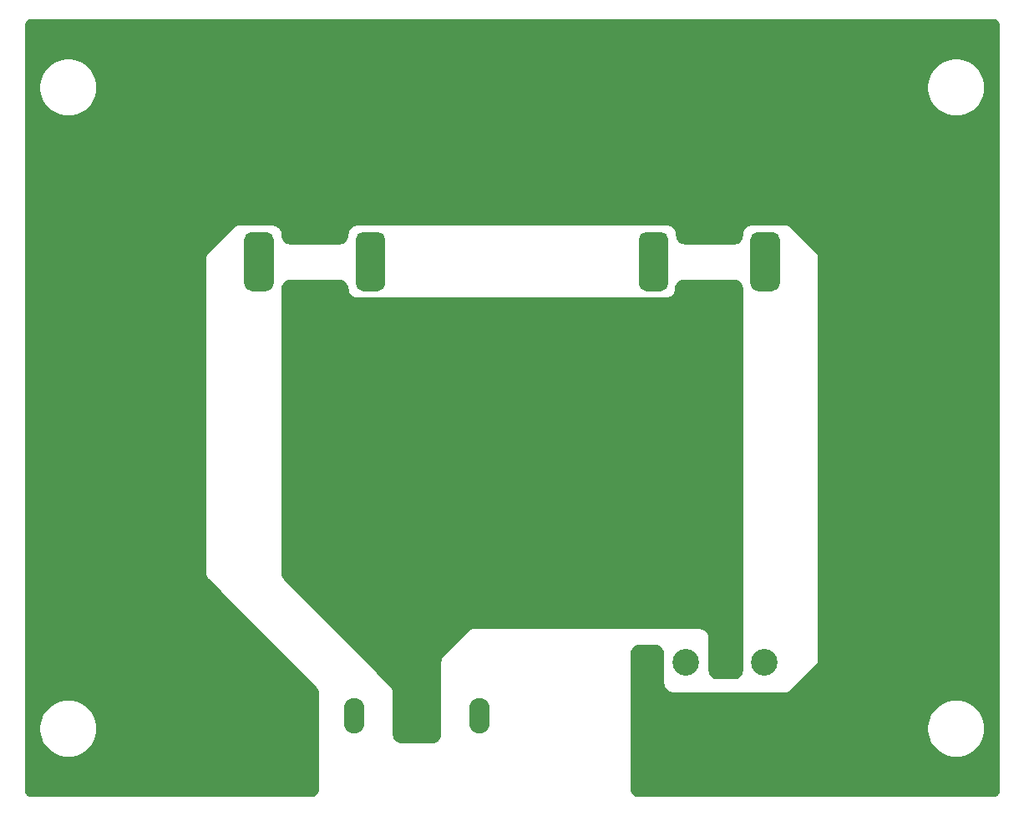
<source format=gbr>
%TF.GenerationSoftware,KiCad,Pcbnew,(5.1.6)-1*%
%TF.CreationDate,2020-12-13T00:36:31+01:00*%
%TF.ProjectId,Ingressi,496e6772-6573-4736-992e-6b696361645f,v1.0*%
%TF.SameCoordinates,Original*%
%TF.FileFunction,Copper,L1,Top*%
%TF.FilePolarity,Positive*%
%FSLAX46Y46*%
G04 Gerber Fmt 4.6, Leading zero omitted, Abs format (unit mm)*
G04 Created by KiCad (PCBNEW (5.1.6)-1) date 2020-12-13 00:36:31*
%MOMM*%
%LPD*%
G01*
G04 APERTURE LIST*
%TA.AperFunction,ComponentPad*%
%ADD10C,2.700000*%
%TD*%
%TA.AperFunction,ComponentPad*%
%ADD11O,2.080000X3.600000*%
%TD*%
%TA.AperFunction,Conductor*%
%ADD12C,0.254000*%
%TD*%
G04 APERTURE END LIST*
%TO.P,J2,2-*%
%TO.N,Net-(J1-Pad2-)*%
%TA.AperFunction,ComponentPad*%
G36*
G01*
X102164200Y-47933000D02*
X102164200Y-52433000D01*
G75*
G02*
X101414200Y-53183000I-750000J0D01*
G01*
X99914200Y-53183000D01*
G75*
G02*
X99164200Y-52433000I0J750000D01*
G01*
X99164200Y-47933000D01*
G75*
G02*
X99914200Y-47183000I750000J0D01*
G01*
X101414200Y-47183000D01*
G75*
G02*
X102164200Y-47933000I0J-750000D01*
G01*
G37*
%TD.AperFunction*%
%TO.P,J2,2+*%
%TO.N,Net-(J1-Pad2+)*%
%TA.AperFunction,ComponentPad*%
G36*
G01*
X92750000Y-52366000D02*
X97250000Y-52366000D01*
G75*
G02*
X98000000Y-53116000I0J-750000D01*
G01*
X98000000Y-54616000D01*
G75*
G02*
X97250000Y-55366000I-750000J0D01*
G01*
X92750000Y-55366000D01*
G75*
G02*
X92000000Y-54616000I0J750000D01*
G01*
X92000000Y-53116000D01*
G75*
G02*
X92750000Y-52366000I750000J0D01*
G01*
G37*
%TD.AperFunction*%
%TO.P,J2,1-*%
%TO.N,Net-(J1-Pad1-)*%
%TA.AperFunction,ComponentPad*%
G36*
G01*
X90861200Y-47933000D02*
X90861200Y-52433000D01*
G75*
G02*
X90111200Y-53183000I-750000J0D01*
G01*
X88611200Y-53183000D01*
G75*
G02*
X87861200Y-52433000I0J750000D01*
G01*
X87861200Y-47933000D01*
G75*
G02*
X88611200Y-47183000I750000J0D01*
G01*
X90111200Y-47183000D01*
G75*
G02*
X90861200Y-47933000I0J-750000D01*
G01*
G37*
%TD.AperFunction*%
%TO.P,J2,1+*%
%TO.N,Net-(J1-Pad1+)*%
%TA.AperFunction,ComponentPad*%
G36*
G01*
X97250000Y-48000000D02*
X92750000Y-48000000D01*
G75*
G02*
X92000000Y-47250000I0J750000D01*
G01*
X92000000Y-45750000D01*
G75*
G02*
X92750000Y-45000000I750000J0D01*
G01*
X97250000Y-45000000D01*
G75*
G02*
X98000000Y-45750000I0J-750000D01*
G01*
X98000000Y-47250000D01*
G75*
G02*
X97250000Y-48000000I-750000J0D01*
G01*
G37*
%TD.AperFunction*%
%TD*%
%TO.P,J1,2-*%
%TO.N,Net-(J1-Pad2-)*%
%TA.AperFunction,ComponentPad*%
G36*
G01*
X62164200Y-47933000D02*
X62164200Y-52433000D01*
G75*
G02*
X61414200Y-53183000I-750000J0D01*
G01*
X59914200Y-53183000D01*
G75*
G02*
X59164200Y-52433000I0J750000D01*
G01*
X59164200Y-47933000D01*
G75*
G02*
X59914200Y-47183000I750000J0D01*
G01*
X61414200Y-47183000D01*
G75*
G02*
X62164200Y-47933000I0J-750000D01*
G01*
G37*
%TD.AperFunction*%
%TO.P,J1,2+*%
%TO.N,Net-(J1-Pad2+)*%
%TA.AperFunction,ComponentPad*%
G36*
G01*
X52750000Y-52366000D02*
X57250000Y-52366000D01*
G75*
G02*
X58000000Y-53116000I0J-750000D01*
G01*
X58000000Y-54616000D01*
G75*
G02*
X57250000Y-55366000I-750000J0D01*
G01*
X52750000Y-55366000D01*
G75*
G02*
X52000000Y-54616000I0J750000D01*
G01*
X52000000Y-53116000D01*
G75*
G02*
X52750000Y-52366000I750000J0D01*
G01*
G37*
%TD.AperFunction*%
%TO.P,J1,1-*%
%TO.N,Net-(J1-Pad1-)*%
%TA.AperFunction,ComponentPad*%
G36*
G01*
X50861200Y-47933000D02*
X50861200Y-52433000D01*
G75*
G02*
X50111200Y-53183000I-750000J0D01*
G01*
X48611200Y-53183000D01*
G75*
G02*
X47861200Y-52433000I0J750000D01*
G01*
X47861200Y-47933000D01*
G75*
G02*
X48611200Y-47183000I750000J0D01*
G01*
X50111200Y-47183000D01*
G75*
G02*
X50861200Y-47933000I0J-750000D01*
G01*
G37*
%TD.AperFunction*%
%TO.P,J1,1+*%
%TO.N,Net-(J1-Pad1+)*%
%TA.AperFunction,ComponentPad*%
G36*
G01*
X57250000Y-48000000D02*
X52750000Y-48000000D01*
G75*
G02*
X52000000Y-47250000I0J750000D01*
G01*
X52000000Y-45750000D01*
G75*
G02*
X52750000Y-45000000I750000J0D01*
G01*
X57250000Y-45000000D01*
G75*
G02*
X58000000Y-45750000I0J-750000D01*
G01*
X58000000Y-47250000D01*
G75*
G02*
X57250000Y-48000000I-750000J0D01*
G01*
G37*
%TD.AperFunction*%
%TD*%
D10*
%TO.P,J4,4*%
%TO.N,Net-(J1-Pad2-)*%
X100580000Y-90800000D03*
%TO.P,J4,3*%
%TO.N,Net-(J1-Pad2+)*%
X96620000Y-90800000D03*
%TO.P,J4,2*%
%TO.N,Net-(J1-Pad1-)*%
X92660000Y-90800000D03*
%TO.P,J4,1*%
%TO.N,Net-(J1-Pad1+)*%
%TA.AperFunction,ComponentPad*%
G36*
G01*
X87350000Y-91899999D02*
X87350000Y-89700001D01*
G75*
G02*
X87600001Y-89450000I250001J0D01*
G01*
X89799999Y-89450000D01*
G75*
G02*
X90050000Y-89700001I0J-250001D01*
G01*
X90050000Y-91899999D01*
G75*
G02*
X89799999Y-92150000I-250001J0D01*
G01*
X87600001Y-92150000D01*
G75*
G02*
X87350000Y-91899999I0J250001D01*
G01*
G37*
%TD.AperFunction*%
%TD*%
D11*
%TO.P,J3,3*%
%TO.N,Net-(J1-Pad2+)*%
X65370000Y-96200000D03*
%TO.P,J3,4*%
%TO.N,Net-(J1-Pad2-)*%
X71720000Y-96200000D03*
%TO.P,J3,1*%
%TO.N,Net-(J1-Pad1+)*%
%TA.AperFunction,ComponentPad*%
G36*
G01*
X51630000Y-97750001D02*
X51630000Y-94649999D01*
G75*
G02*
X51879999Y-94400000I249999J0D01*
G01*
X53460001Y-94400000D01*
G75*
G02*
X53710000Y-94649999I0J-249999D01*
G01*
X53710000Y-97750001D01*
G75*
G02*
X53460001Y-98000000I-249999J0D01*
G01*
X51879999Y-98000000D01*
G75*
G02*
X51630000Y-97750001I0J249999D01*
G01*
G37*
%TD.AperFunction*%
%TO.P,J3,2*%
%TO.N,Net-(J1-Pad1-)*%
X59020000Y-96200000D03*
%TD*%
D12*
%TO.N,Net-(J1-Pad2+)*%
G36*
X57671830Y-52147164D02*
G01*
X57835042Y-52204274D01*
X57981454Y-52296271D01*
X58103729Y-52418546D01*
X58195726Y-52564958D01*
X58252836Y-52728170D01*
X58296364Y-53114489D01*
X58302692Y-53142214D01*
X58369255Y-53332440D01*
X58381594Y-53358063D01*
X58488818Y-53528709D01*
X58506549Y-53550944D01*
X58649056Y-53693451D01*
X58671291Y-53711182D01*
X58841937Y-53818406D01*
X58867560Y-53830745D01*
X59057786Y-53897308D01*
X59085511Y-53903636D01*
X59285780Y-53926201D01*
X59300000Y-53927000D01*
X90600000Y-53927000D01*
X90614220Y-53926201D01*
X90814489Y-53903636D01*
X90842214Y-53897308D01*
X91032440Y-53830745D01*
X91058063Y-53818406D01*
X91228709Y-53711182D01*
X91250944Y-53693451D01*
X91393451Y-53550944D01*
X91411182Y-53528709D01*
X91518406Y-53358063D01*
X91530745Y-53332440D01*
X91597308Y-53142214D01*
X91603636Y-53114489D01*
X91647164Y-52728170D01*
X91704274Y-52564958D01*
X91796271Y-52418546D01*
X91918546Y-52296271D01*
X92064958Y-52204274D01*
X92228170Y-52147164D01*
X92407129Y-52127000D01*
X97492871Y-52127000D01*
X97671830Y-52147164D01*
X97835042Y-52204274D01*
X97981454Y-52296271D01*
X98103729Y-52418546D01*
X98195726Y-52564958D01*
X98252836Y-52728170D01*
X98273000Y-52907129D01*
X98273000Y-91592871D01*
X98252836Y-91771830D01*
X98195726Y-91935042D01*
X98103729Y-92081454D01*
X97981454Y-92203729D01*
X97835042Y-92295726D01*
X97671830Y-92352836D01*
X97492871Y-92373000D01*
X95807129Y-92373000D01*
X95628170Y-92352836D01*
X95464958Y-92295726D01*
X95318546Y-92203729D01*
X95196271Y-92081454D01*
X95104274Y-91935042D01*
X95047164Y-91771830D01*
X95027000Y-91592871D01*
X95027000Y-88300000D01*
X95026201Y-88285780D01*
X95003636Y-88085511D01*
X94997308Y-88057786D01*
X94930745Y-87867560D01*
X94918406Y-87841937D01*
X94811182Y-87671291D01*
X94793451Y-87649056D01*
X94650944Y-87506549D01*
X94628709Y-87488818D01*
X94458063Y-87381594D01*
X94432440Y-87369255D01*
X94242214Y-87302692D01*
X94214489Y-87296364D01*
X94014220Y-87273799D01*
X94000000Y-87273000D01*
X71172792Y-87273000D01*
X71160344Y-87273612D01*
X70984763Y-87290905D01*
X70960345Y-87295762D01*
X70791511Y-87346977D01*
X70768510Y-87356504D01*
X70612912Y-87439673D01*
X70592211Y-87453505D01*
X70455828Y-87565432D01*
X70446593Y-87573801D01*
X67973801Y-90046593D01*
X67965432Y-90055828D01*
X67853505Y-90192211D01*
X67839673Y-90212912D01*
X67756504Y-90368510D01*
X67746977Y-90391511D01*
X67695762Y-90560345D01*
X67690905Y-90584763D01*
X67673612Y-90760344D01*
X67673000Y-90772792D01*
X67673000Y-98092871D01*
X67652836Y-98271830D01*
X67595726Y-98435042D01*
X67503729Y-98581454D01*
X67381454Y-98703729D01*
X67235042Y-98795726D01*
X67071830Y-98852836D01*
X66892871Y-98873000D01*
X63807129Y-98873000D01*
X63628170Y-98852836D01*
X63464958Y-98795726D01*
X63318546Y-98703729D01*
X63196271Y-98581454D01*
X63104274Y-98435042D01*
X63047164Y-98271830D01*
X63027000Y-98092871D01*
X63027000Y-93872792D01*
X63026388Y-93860344D01*
X63009095Y-93684763D01*
X63004238Y-93660345D01*
X62953023Y-93491511D01*
X62943496Y-93468510D01*
X62860327Y-93312912D01*
X62846495Y-93292211D01*
X62734568Y-93155828D01*
X62726199Y-93146593D01*
X51957813Y-82378207D01*
X51857784Y-82256322D01*
X51786408Y-82122786D01*
X51742455Y-81977893D01*
X51727000Y-81820974D01*
X51727000Y-52907129D01*
X51747164Y-52728170D01*
X51804274Y-52564958D01*
X51896271Y-52418546D01*
X52018546Y-52296271D01*
X52164958Y-52204274D01*
X52328170Y-52147164D01*
X52507129Y-52127000D01*
X57492871Y-52127000D01*
X57671830Y-52147164D01*
G37*
X57671830Y-52147164D02*
X57835042Y-52204274D01*
X57981454Y-52296271D01*
X58103729Y-52418546D01*
X58195726Y-52564958D01*
X58252836Y-52728170D01*
X58296364Y-53114489D01*
X58302692Y-53142214D01*
X58369255Y-53332440D01*
X58381594Y-53358063D01*
X58488818Y-53528709D01*
X58506549Y-53550944D01*
X58649056Y-53693451D01*
X58671291Y-53711182D01*
X58841937Y-53818406D01*
X58867560Y-53830745D01*
X59057786Y-53897308D01*
X59085511Y-53903636D01*
X59285780Y-53926201D01*
X59300000Y-53927000D01*
X90600000Y-53927000D01*
X90614220Y-53926201D01*
X90814489Y-53903636D01*
X90842214Y-53897308D01*
X91032440Y-53830745D01*
X91058063Y-53818406D01*
X91228709Y-53711182D01*
X91250944Y-53693451D01*
X91393451Y-53550944D01*
X91411182Y-53528709D01*
X91518406Y-53358063D01*
X91530745Y-53332440D01*
X91597308Y-53142214D01*
X91603636Y-53114489D01*
X91647164Y-52728170D01*
X91704274Y-52564958D01*
X91796271Y-52418546D01*
X91918546Y-52296271D01*
X92064958Y-52204274D01*
X92228170Y-52147164D01*
X92407129Y-52127000D01*
X97492871Y-52127000D01*
X97671830Y-52147164D01*
X97835042Y-52204274D01*
X97981454Y-52296271D01*
X98103729Y-52418546D01*
X98195726Y-52564958D01*
X98252836Y-52728170D01*
X98273000Y-52907129D01*
X98273000Y-91592871D01*
X98252836Y-91771830D01*
X98195726Y-91935042D01*
X98103729Y-92081454D01*
X97981454Y-92203729D01*
X97835042Y-92295726D01*
X97671830Y-92352836D01*
X97492871Y-92373000D01*
X95807129Y-92373000D01*
X95628170Y-92352836D01*
X95464958Y-92295726D01*
X95318546Y-92203729D01*
X95196271Y-92081454D01*
X95104274Y-91935042D01*
X95047164Y-91771830D01*
X95027000Y-91592871D01*
X95027000Y-88300000D01*
X95026201Y-88285780D01*
X95003636Y-88085511D01*
X94997308Y-88057786D01*
X94930745Y-87867560D01*
X94918406Y-87841937D01*
X94811182Y-87671291D01*
X94793451Y-87649056D01*
X94650944Y-87506549D01*
X94628709Y-87488818D01*
X94458063Y-87381594D01*
X94432440Y-87369255D01*
X94242214Y-87302692D01*
X94214489Y-87296364D01*
X94014220Y-87273799D01*
X94000000Y-87273000D01*
X71172792Y-87273000D01*
X71160344Y-87273612D01*
X70984763Y-87290905D01*
X70960345Y-87295762D01*
X70791511Y-87346977D01*
X70768510Y-87356504D01*
X70612912Y-87439673D01*
X70592211Y-87453505D01*
X70455828Y-87565432D01*
X70446593Y-87573801D01*
X67973801Y-90046593D01*
X67965432Y-90055828D01*
X67853505Y-90192211D01*
X67839673Y-90212912D01*
X67756504Y-90368510D01*
X67746977Y-90391511D01*
X67695762Y-90560345D01*
X67690905Y-90584763D01*
X67673612Y-90760344D01*
X67673000Y-90772792D01*
X67673000Y-98092871D01*
X67652836Y-98271830D01*
X67595726Y-98435042D01*
X67503729Y-98581454D01*
X67381454Y-98703729D01*
X67235042Y-98795726D01*
X67071830Y-98852836D01*
X66892871Y-98873000D01*
X63807129Y-98873000D01*
X63628170Y-98852836D01*
X63464958Y-98795726D01*
X63318546Y-98703729D01*
X63196271Y-98581454D01*
X63104274Y-98435042D01*
X63047164Y-98271830D01*
X63027000Y-98092871D01*
X63027000Y-93872792D01*
X63026388Y-93860344D01*
X63009095Y-93684763D01*
X63004238Y-93660345D01*
X62953023Y-93491511D01*
X62943496Y-93468510D01*
X62860327Y-93312912D01*
X62846495Y-93292211D01*
X62734568Y-93155828D01*
X62726199Y-93146593D01*
X51957813Y-82378207D01*
X51857784Y-82256322D01*
X51786408Y-82122786D01*
X51742455Y-81977893D01*
X51727000Y-81820974D01*
X51727000Y-52907129D01*
X51747164Y-52728170D01*
X51804274Y-52564958D01*
X51896271Y-52418546D01*
X52018546Y-52296271D01*
X52164958Y-52204274D01*
X52328170Y-52147164D01*
X52507129Y-52127000D01*
X57492871Y-52127000D01*
X57671830Y-52147164D01*
%TO.N,Net-(J1-Pad1+)*%
G36*
X124081454Y-25796271D02*
G01*
X124203729Y-25918546D01*
X124290000Y-26055845D01*
X124290001Y-103944153D01*
X124203729Y-104081454D01*
X124081454Y-104203729D01*
X123944155Y-104290000D01*
X87555845Y-104290000D01*
X87418546Y-104203729D01*
X87296271Y-104081454D01*
X87204274Y-103935042D01*
X87147164Y-103771830D01*
X87127000Y-103592871D01*
X87127000Y-97207909D01*
X117034350Y-97207909D01*
X117034350Y-97792091D01*
X117148318Y-98365048D01*
X117371875Y-98904762D01*
X117696429Y-99390492D01*
X118109508Y-99803571D01*
X118595238Y-100128125D01*
X119134952Y-100351682D01*
X119707909Y-100465650D01*
X120292091Y-100465650D01*
X120865048Y-100351682D01*
X121404762Y-100128125D01*
X121890492Y-99803571D01*
X122303571Y-99390492D01*
X122628125Y-98904762D01*
X122851682Y-98365048D01*
X122965650Y-97792091D01*
X122965650Y-97207909D01*
X122851682Y-96634952D01*
X122628125Y-96095238D01*
X122303571Y-95609508D01*
X121890492Y-95196429D01*
X121404762Y-94871875D01*
X120865048Y-94648318D01*
X120292091Y-94534350D01*
X119707909Y-94534350D01*
X119134952Y-94648318D01*
X118595238Y-94871875D01*
X118109508Y-95196429D01*
X117696429Y-95609508D01*
X117371875Y-96095238D01*
X117148318Y-96634952D01*
X117034350Y-97207909D01*
X87127000Y-97207909D01*
X87127000Y-89907129D01*
X87147164Y-89728170D01*
X87204274Y-89564958D01*
X87296271Y-89418546D01*
X87418546Y-89296271D01*
X87564958Y-89204274D01*
X87728170Y-89147164D01*
X87907129Y-89127000D01*
X89492871Y-89127000D01*
X89671830Y-89147164D01*
X89835042Y-89204274D01*
X89981454Y-89296271D01*
X90103729Y-89418546D01*
X90195726Y-89564958D01*
X90252836Y-89728170D01*
X90273000Y-89907129D01*
X90273000Y-92900000D01*
X90273799Y-92914220D01*
X90296364Y-93114489D01*
X90302692Y-93142214D01*
X90369255Y-93332440D01*
X90381594Y-93358063D01*
X90488818Y-93528709D01*
X90506549Y-93550944D01*
X90649056Y-93693451D01*
X90671291Y-93711182D01*
X90841937Y-93818406D01*
X90867560Y-93830745D01*
X91057786Y-93897308D01*
X91085511Y-93903636D01*
X91285780Y-93926201D01*
X91300000Y-93927000D01*
X102627208Y-93927000D01*
X102639656Y-93926388D01*
X102815237Y-93909095D01*
X102839655Y-93904238D01*
X103008489Y-93853023D01*
X103031490Y-93843496D01*
X103187088Y-93760327D01*
X103207789Y-93746495D01*
X103344172Y-93634568D01*
X103353407Y-93626199D01*
X105826199Y-91153407D01*
X105834568Y-91144172D01*
X105946495Y-91007789D01*
X105960327Y-90987088D01*
X106043496Y-90831490D01*
X106053023Y-90808489D01*
X106104238Y-90639655D01*
X106109095Y-90615237D01*
X106126388Y-90439656D01*
X106127000Y-90427208D01*
X106127000Y-49872792D01*
X106126388Y-49860344D01*
X106109095Y-49684763D01*
X106104238Y-49660345D01*
X106053023Y-49491511D01*
X106043496Y-49468510D01*
X105960327Y-49312912D01*
X105946495Y-49292211D01*
X105834568Y-49155828D01*
X105826199Y-49146593D01*
X103353407Y-46673801D01*
X103344172Y-46665432D01*
X103207789Y-46553505D01*
X103187088Y-46539673D01*
X103031490Y-46456504D01*
X103008489Y-46446977D01*
X102839655Y-46395762D01*
X102815237Y-46390905D01*
X102639656Y-46373612D01*
X102627208Y-46373000D01*
X99300000Y-46373000D01*
X99285780Y-46373799D01*
X99085511Y-46396364D01*
X99057786Y-46402692D01*
X98867560Y-46469255D01*
X98841937Y-46481594D01*
X98671291Y-46588818D01*
X98649056Y-46606549D01*
X98506549Y-46749056D01*
X98488818Y-46771291D01*
X98381594Y-46941937D01*
X98369255Y-46967560D01*
X98302692Y-47157786D01*
X98296364Y-47185511D01*
X98273799Y-47385780D01*
X98273000Y-47400000D01*
X98273000Y-47492871D01*
X98252836Y-47671830D01*
X98195726Y-47835042D01*
X98103729Y-47981454D01*
X97981454Y-48103729D01*
X97835042Y-48195726D01*
X97671830Y-48252836D01*
X97492871Y-48273000D01*
X92507129Y-48273000D01*
X92328170Y-48252836D01*
X92164958Y-48195726D01*
X92018546Y-48103729D01*
X91896271Y-47981454D01*
X91804274Y-47835042D01*
X91747164Y-47671830D01*
X91727000Y-47492871D01*
X91727000Y-47400000D01*
X91726201Y-47385780D01*
X91703636Y-47185511D01*
X91697308Y-47157786D01*
X91630745Y-46967560D01*
X91618406Y-46941937D01*
X91511182Y-46771291D01*
X91493451Y-46749056D01*
X91350944Y-46606549D01*
X91328709Y-46588818D01*
X91158063Y-46481594D01*
X91132440Y-46469255D01*
X90942214Y-46402692D01*
X90914489Y-46396364D01*
X90714220Y-46373799D01*
X90700000Y-46373000D01*
X59300000Y-46373000D01*
X59285780Y-46373799D01*
X59085511Y-46396364D01*
X59057786Y-46402692D01*
X58867560Y-46469255D01*
X58841937Y-46481594D01*
X58671291Y-46588818D01*
X58649056Y-46606549D01*
X58506549Y-46749056D01*
X58488818Y-46771291D01*
X58381594Y-46941937D01*
X58369255Y-46967560D01*
X58302692Y-47157786D01*
X58296364Y-47185511D01*
X58273799Y-47385780D01*
X58273000Y-47400000D01*
X58273000Y-47492871D01*
X58252836Y-47671830D01*
X58195726Y-47835042D01*
X58103729Y-47981454D01*
X57981454Y-48103729D01*
X57835042Y-48195726D01*
X57671830Y-48252836D01*
X57492871Y-48273000D01*
X52507129Y-48273000D01*
X52328170Y-48252836D01*
X52164958Y-48195726D01*
X52018546Y-48103729D01*
X51896271Y-47981454D01*
X51804274Y-47835042D01*
X51747164Y-47671830D01*
X51727000Y-47492871D01*
X51727000Y-47400000D01*
X51726201Y-47385780D01*
X51703636Y-47185511D01*
X51697308Y-47157786D01*
X51630745Y-46967560D01*
X51618406Y-46941937D01*
X51511182Y-46771291D01*
X51493451Y-46749056D01*
X51350944Y-46606549D01*
X51328709Y-46588818D01*
X51158063Y-46481594D01*
X51132440Y-46469255D01*
X50942214Y-46402692D01*
X50914489Y-46396364D01*
X50714220Y-46373799D01*
X50700000Y-46373000D01*
X47372792Y-46373000D01*
X47360344Y-46373612D01*
X47184763Y-46390905D01*
X47160345Y-46395762D01*
X46991511Y-46446977D01*
X46968510Y-46456504D01*
X46812912Y-46539673D01*
X46792211Y-46553505D01*
X46655828Y-46665432D01*
X46646593Y-46673801D01*
X44173801Y-49146593D01*
X44165432Y-49155828D01*
X44053505Y-49292211D01*
X44039673Y-49312912D01*
X43956504Y-49468510D01*
X43946977Y-49491511D01*
X43895762Y-49660345D01*
X43890905Y-49684763D01*
X43873612Y-49860344D01*
X43873000Y-49872792D01*
X43873000Y-81727208D01*
X43873612Y-81739656D01*
X43890905Y-81915237D01*
X43895762Y-81939655D01*
X43946977Y-82108489D01*
X43956504Y-82131490D01*
X44039673Y-82287088D01*
X44053505Y-82307789D01*
X44165432Y-82444172D01*
X44173801Y-82453407D01*
X55042187Y-93321793D01*
X55142216Y-93443678D01*
X55213592Y-93577214D01*
X55257545Y-93722107D01*
X55273000Y-93879026D01*
X55273000Y-103592871D01*
X55252836Y-103771830D01*
X55195726Y-103935042D01*
X55103729Y-104081454D01*
X54981454Y-104203729D01*
X54844155Y-104290000D01*
X26055845Y-104290000D01*
X25918546Y-104203729D01*
X25796271Y-104081454D01*
X25710000Y-103944155D01*
X25710000Y-97207909D01*
X27034350Y-97207909D01*
X27034350Y-97792091D01*
X27148318Y-98365048D01*
X27371875Y-98904762D01*
X27696429Y-99390492D01*
X28109508Y-99803571D01*
X28595238Y-100128125D01*
X29134952Y-100351682D01*
X29707909Y-100465650D01*
X30292091Y-100465650D01*
X30865048Y-100351682D01*
X31404762Y-100128125D01*
X31890492Y-99803571D01*
X32303571Y-99390492D01*
X32628125Y-98904762D01*
X32851682Y-98365048D01*
X32965650Y-97792091D01*
X32965650Y-97207909D01*
X32851682Y-96634952D01*
X32628125Y-96095238D01*
X32303571Y-95609508D01*
X31890492Y-95196429D01*
X31404762Y-94871875D01*
X30865048Y-94648318D01*
X30292091Y-94534350D01*
X29707909Y-94534350D01*
X29134952Y-94648318D01*
X28595238Y-94871875D01*
X28109508Y-95196429D01*
X27696429Y-95609508D01*
X27371875Y-96095238D01*
X27148318Y-96634952D01*
X27034350Y-97207909D01*
X25710000Y-97207909D01*
X25710000Y-32207909D01*
X27034350Y-32207909D01*
X27034350Y-32792091D01*
X27148318Y-33365048D01*
X27371875Y-33904762D01*
X27696429Y-34390492D01*
X28109508Y-34803571D01*
X28595238Y-35128125D01*
X29134952Y-35351682D01*
X29707909Y-35465650D01*
X30292091Y-35465650D01*
X30865048Y-35351682D01*
X31404762Y-35128125D01*
X31890492Y-34803571D01*
X32303571Y-34390492D01*
X32628125Y-33904762D01*
X32851682Y-33365048D01*
X32965650Y-32792091D01*
X32965650Y-32207909D01*
X117034350Y-32207909D01*
X117034350Y-32792091D01*
X117148318Y-33365048D01*
X117371875Y-33904762D01*
X117696429Y-34390492D01*
X118109508Y-34803571D01*
X118595238Y-35128125D01*
X119134952Y-35351682D01*
X119707909Y-35465650D01*
X120292091Y-35465650D01*
X120865048Y-35351682D01*
X121404762Y-35128125D01*
X121890492Y-34803571D01*
X122303571Y-34390492D01*
X122628125Y-33904762D01*
X122851682Y-33365048D01*
X122965650Y-32792091D01*
X122965650Y-32207909D01*
X122851682Y-31634952D01*
X122628125Y-31095238D01*
X122303571Y-30609508D01*
X121890492Y-30196429D01*
X121404762Y-29871875D01*
X120865048Y-29648318D01*
X120292091Y-29534350D01*
X119707909Y-29534350D01*
X119134952Y-29648318D01*
X118595238Y-29871875D01*
X118109508Y-30196429D01*
X117696429Y-30609508D01*
X117371875Y-31095238D01*
X117148318Y-31634952D01*
X117034350Y-32207909D01*
X32965650Y-32207909D01*
X32851682Y-31634952D01*
X32628125Y-31095238D01*
X32303571Y-30609508D01*
X31890492Y-30196429D01*
X31404762Y-29871875D01*
X30865048Y-29648318D01*
X30292091Y-29534350D01*
X29707909Y-29534350D01*
X29134952Y-29648318D01*
X28595238Y-29871875D01*
X28109508Y-30196429D01*
X27696429Y-30609508D01*
X27371875Y-31095238D01*
X27148318Y-31634952D01*
X27034350Y-32207909D01*
X25710000Y-32207909D01*
X25710000Y-26055845D01*
X25796271Y-25918546D01*
X25918546Y-25796271D01*
X26055845Y-25710000D01*
X123944155Y-25710000D01*
X124081454Y-25796271D01*
G37*
X124081454Y-25796271D02*
X124203729Y-25918546D01*
X124290000Y-26055845D01*
X124290001Y-103944153D01*
X124203729Y-104081454D01*
X124081454Y-104203729D01*
X123944155Y-104290000D01*
X87555845Y-104290000D01*
X87418546Y-104203729D01*
X87296271Y-104081454D01*
X87204274Y-103935042D01*
X87147164Y-103771830D01*
X87127000Y-103592871D01*
X87127000Y-97207909D01*
X117034350Y-97207909D01*
X117034350Y-97792091D01*
X117148318Y-98365048D01*
X117371875Y-98904762D01*
X117696429Y-99390492D01*
X118109508Y-99803571D01*
X118595238Y-100128125D01*
X119134952Y-100351682D01*
X119707909Y-100465650D01*
X120292091Y-100465650D01*
X120865048Y-100351682D01*
X121404762Y-100128125D01*
X121890492Y-99803571D01*
X122303571Y-99390492D01*
X122628125Y-98904762D01*
X122851682Y-98365048D01*
X122965650Y-97792091D01*
X122965650Y-97207909D01*
X122851682Y-96634952D01*
X122628125Y-96095238D01*
X122303571Y-95609508D01*
X121890492Y-95196429D01*
X121404762Y-94871875D01*
X120865048Y-94648318D01*
X120292091Y-94534350D01*
X119707909Y-94534350D01*
X119134952Y-94648318D01*
X118595238Y-94871875D01*
X118109508Y-95196429D01*
X117696429Y-95609508D01*
X117371875Y-96095238D01*
X117148318Y-96634952D01*
X117034350Y-97207909D01*
X87127000Y-97207909D01*
X87127000Y-89907129D01*
X87147164Y-89728170D01*
X87204274Y-89564958D01*
X87296271Y-89418546D01*
X87418546Y-89296271D01*
X87564958Y-89204274D01*
X87728170Y-89147164D01*
X87907129Y-89127000D01*
X89492871Y-89127000D01*
X89671830Y-89147164D01*
X89835042Y-89204274D01*
X89981454Y-89296271D01*
X90103729Y-89418546D01*
X90195726Y-89564958D01*
X90252836Y-89728170D01*
X90273000Y-89907129D01*
X90273000Y-92900000D01*
X90273799Y-92914220D01*
X90296364Y-93114489D01*
X90302692Y-93142214D01*
X90369255Y-93332440D01*
X90381594Y-93358063D01*
X90488818Y-93528709D01*
X90506549Y-93550944D01*
X90649056Y-93693451D01*
X90671291Y-93711182D01*
X90841937Y-93818406D01*
X90867560Y-93830745D01*
X91057786Y-93897308D01*
X91085511Y-93903636D01*
X91285780Y-93926201D01*
X91300000Y-93927000D01*
X102627208Y-93927000D01*
X102639656Y-93926388D01*
X102815237Y-93909095D01*
X102839655Y-93904238D01*
X103008489Y-93853023D01*
X103031490Y-93843496D01*
X103187088Y-93760327D01*
X103207789Y-93746495D01*
X103344172Y-93634568D01*
X103353407Y-93626199D01*
X105826199Y-91153407D01*
X105834568Y-91144172D01*
X105946495Y-91007789D01*
X105960327Y-90987088D01*
X106043496Y-90831490D01*
X106053023Y-90808489D01*
X106104238Y-90639655D01*
X106109095Y-90615237D01*
X106126388Y-90439656D01*
X106127000Y-90427208D01*
X106127000Y-49872792D01*
X106126388Y-49860344D01*
X106109095Y-49684763D01*
X106104238Y-49660345D01*
X106053023Y-49491511D01*
X106043496Y-49468510D01*
X105960327Y-49312912D01*
X105946495Y-49292211D01*
X105834568Y-49155828D01*
X105826199Y-49146593D01*
X103353407Y-46673801D01*
X103344172Y-46665432D01*
X103207789Y-46553505D01*
X103187088Y-46539673D01*
X103031490Y-46456504D01*
X103008489Y-46446977D01*
X102839655Y-46395762D01*
X102815237Y-46390905D01*
X102639656Y-46373612D01*
X102627208Y-46373000D01*
X99300000Y-46373000D01*
X99285780Y-46373799D01*
X99085511Y-46396364D01*
X99057786Y-46402692D01*
X98867560Y-46469255D01*
X98841937Y-46481594D01*
X98671291Y-46588818D01*
X98649056Y-46606549D01*
X98506549Y-46749056D01*
X98488818Y-46771291D01*
X98381594Y-46941937D01*
X98369255Y-46967560D01*
X98302692Y-47157786D01*
X98296364Y-47185511D01*
X98273799Y-47385780D01*
X98273000Y-47400000D01*
X98273000Y-47492871D01*
X98252836Y-47671830D01*
X98195726Y-47835042D01*
X98103729Y-47981454D01*
X97981454Y-48103729D01*
X97835042Y-48195726D01*
X97671830Y-48252836D01*
X97492871Y-48273000D01*
X92507129Y-48273000D01*
X92328170Y-48252836D01*
X92164958Y-48195726D01*
X92018546Y-48103729D01*
X91896271Y-47981454D01*
X91804274Y-47835042D01*
X91747164Y-47671830D01*
X91727000Y-47492871D01*
X91727000Y-47400000D01*
X91726201Y-47385780D01*
X91703636Y-47185511D01*
X91697308Y-47157786D01*
X91630745Y-46967560D01*
X91618406Y-46941937D01*
X91511182Y-46771291D01*
X91493451Y-46749056D01*
X91350944Y-46606549D01*
X91328709Y-46588818D01*
X91158063Y-46481594D01*
X91132440Y-46469255D01*
X90942214Y-46402692D01*
X90914489Y-46396364D01*
X90714220Y-46373799D01*
X90700000Y-46373000D01*
X59300000Y-46373000D01*
X59285780Y-46373799D01*
X59085511Y-46396364D01*
X59057786Y-46402692D01*
X58867560Y-46469255D01*
X58841937Y-46481594D01*
X58671291Y-46588818D01*
X58649056Y-46606549D01*
X58506549Y-46749056D01*
X58488818Y-46771291D01*
X58381594Y-46941937D01*
X58369255Y-46967560D01*
X58302692Y-47157786D01*
X58296364Y-47185511D01*
X58273799Y-47385780D01*
X58273000Y-47400000D01*
X58273000Y-47492871D01*
X58252836Y-47671830D01*
X58195726Y-47835042D01*
X58103729Y-47981454D01*
X57981454Y-48103729D01*
X57835042Y-48195726D01*
X57671830Y-48252836D01*
X57492871Y-48273000D01*
X52507129Y-48273000D01*
X52328170Y-48252836D01*
X52164958Y-48195726D01*
X52018546Y-48103729D01*
X51896271Y-47981454D01*
X51804274Y-47835042D01*
X51747164Y-47671830D01*
X51727000Y-47492871D01*
X51727000Y-47400000D01*
X51726201Y-47385780D01*
X51703636Y-47185511D01*
X51697308Y-47157786D01*
X51630745Y-46967560D01*
X51618406Y-46941937D01*
X51511182Y-46771291D01*
X51493451Y-46749056D01*
X51350944Y-46606549D01*
X51328709Y-46588818D01*
X51158063Y-46481594D01*
X51132440Y-46469255D01*
X50942214Y-46402692D01*
X50914489Y-46396364D01*
X50714220Y-46373799D01*
X50700000Y-46373000D01*
X47372792Y-46373000D01*
X47360344Y-46373612D01*
X47184763Y-46390905D01*
X47160345Y-46395762D01*
X46991511Y-46446977D01*
X46968510Y-46456504D01*
X46812912Y-46539673D01*
X46792211Y-46553505D01*
X46655828Y-46665432D01*
X46646593Y-46673801D01*
X44173801Y-49146593D01*
X44165432Y-49155828D01*
X44053505Y-49292211D01*
X44039673Y-49312912D01*
X43956504Y-49468510D01*
X43946977Y-49491511D01*
X43895762Y-49660345D01*
X43890905Y-49684763D01*
X43873612Y-49860344D01*
X43873000Y-49872792D01*
X43873000Y-81727208D01*
X43873612Y-81739656D01*
X43890905Y-81915237D01*
X43895762Y-81939655D01*
X43946977Y-82108489D01*
X43956504Y-82131490D01*
X44039673Y-82287088D01*
X44053505Y-82307789D01*
X44165432Y-82444172D01*
X44173801Y-82453407D01*
X55042187Y-93321793D01*
X55142216Y-93443678D01*
X55213592Y-93577214D01*
X55257545Y-93722107D01*
X55273000Y-93879026D01*
X55273000Y-103592871D01*
X55252836Y-103771830D01*
X55195726Y-103935042D01*
X55103729Y-104081454D01*
X54981454Y-104203729D01*
X54844155Y-104290000D01*
X26055845Y-104290000D01*
X25918546Y-104203729D01*
X25796271Y-104081454D01*
X25710000Y-103944155D01*
X25710000Y-97207909D01*
X27034350Y-97207909D01*
X27034350Y-97792091D01*
X27148318Y-98365048D01*
X27371875Y-98904762D01*
X27696429Y-99390492D01*
X28109508Y-99803571D01*
X28595238Y-100128125D01*
X29134952Y-100351682D01*
X29707909Y-100465650D01*
X30292091Y-100465650D01*
X30865048Y-100351682D01*
X31404762Y-100128125D01*
X31890492Y-99803571D01*
X32303571Y-99390492D01*
X32628125Y-98904762D01*
X32851682Y-98365048D01*
X32965650Y-97792091D01*
X32965650Y-97207909D01*
X32851682Y-96634952D01*
X32628125Y-96095238D01*
X32303571Y-95609508D01*
X31890492Y-95196429D01*
X31404762Y-94871875D01*
X30865048Y-94648318D01*
X30292091Y-94534350D01*
X29707909Y-94534350D01*
X29134952Y-94648318D01*
X28595238Y-94871875D01*
X28109508Y-95196429D01*
X27696429Y-95609508D01*
X27371875Y-96095238D01*
X27148318Y-96634952D01*
X27034350Y-97207909D01*
X25710000Y-97207909D01*
X25710000Y-32207909D01*
X27034350Y-32207909D01*
X27034350Y-32792091D01*
X27148318Y-33365048D01*
X27371875Y-33904762D01*
X27696429Y-34390492D01*
X28109508Y-34803571D01*
X28595238Y-35128125D01*
X29134952Y-35351682D01*
X29707909Y-35465650D01*
X30292091Y-35465650D01*
X30865048Y-35351682D01*
X31404762Y-35128125D01*
X31890492Y-34803571D01*
X32303571Y-34390492D01*
X32628125Y-33904762D01*
X32851682Y-33365048D01*
X32965650Y-32792091D01*
X32965650Y-32207909D01*
X117034350Y-32207909D01*
X117034350Y-32792091D01*
X117148318Y-33365048D01*
X117371875Y-33904762D01*
X117696429Y-34390492D01*
X118109508Y-34803571D01*
X118595238Y-35128125D01*
X119134952Y-35351682D01*
X119707909Y-35465650D01*
X120292091Y-35465650D01*
X120865048Y-35351682D01*
X121404762Y-35128125D01*
X121890492Y-34803571D01*
X122303571Y-34390492D01*
X122628125Y-33904762D01*
X122851682Y-33365048D01*
X122965650Y-32792091D01*
X122965650Y-32207909D01*
X122851682Y-31634952D01*
X122628125Y-31095238D01*
X122303571Y-30609508D01*
X121890492Y-30196429D01*
X121404762Y-29871875D01*
X120865048Y-29648318D01*
X120292091Y-29534350D01*
X119707909Y-29534350D01*
X119134952Y-29648318D01*
X118595238Y-29871875D01*
X118109508Y-30196429D01*
X117696429Y-30609508D01*
X117371875Y-31095238D01*
X117148318Y-31634952D01*
X117034350Y-32207909D01*
X32965650Y-32207909D01*
X32851682Y-31634952D01*
X32628125Y-31095238D01*
X32303571Y-30609508D01*
X31890492Y-30196429D01*
X31404762Y-29871875D01*
X30865048Y-29648318D01*
X30292091Y-29534350D01*
X29707909Y-29534350D01*
X29134952Y-29648318D01*
X28595238Y-29871875D01*
X28109508Y-30196429D01*
X27696429Y-30609508D01*
X27371875Y-31095238D01*
X27148318Y-31634952D01*
X27034350Y-32207909D01*
X25710000Y-32207909D01*
X25710000Y-26055845D01*
X25796271Y-25918546D01*
X25918546Y-25796271D01*
X26055845Y-25710000D01*
X123944155Y-25710000D01*
X124081454Y-25796271D01*
%TD*%
M02*

</source>
